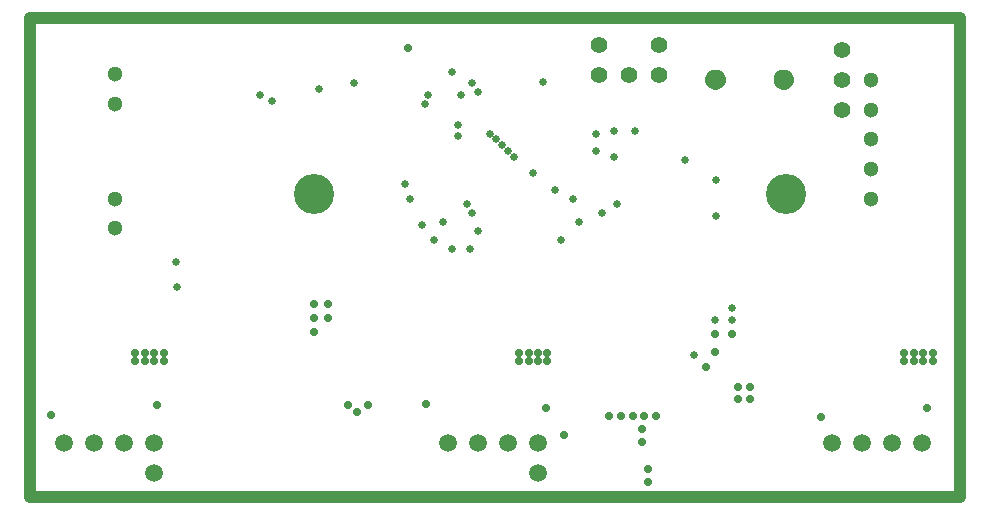
<source format=gbr>
%TF.GenerationSoftware,Altium Limited,Altium Designer,24.0.1 (36)*%
G04 Layer_Physical_Order=2*
G04 Layer_Color=32768*
%FSLAX45Y45*%
%MOMM*%
%TF.SameCoordinates,1D19F893-C717-4D0B-B0CE-957F46A24576*%
%TF.FilePolarity,Negative*%
%TF.FileFunction,Copper,L2,Inr,Plane*%
%TF.Part,Single*%
G01*
G75*
%TA.AperFunction,NonConductor*%
%ADD58C,1.01600*%
%TA.AperFunction,ComponentPad*%
%ADD59C,1.50002*%
%ADD60C,1.42000*%
%ADD61C,1.40000*%
%ADD62C,1.30002*%
%TA.AperFunction,ViaPad*%
%ADD63C,3.40000*%
%ADD64C,0.65000*%
%ADD65C,0.70000*%
G36*
X1717070Y590289D02*
X1729807Y585081D01*
X1739624Y575439D01*
X1745061Y562798D01*
X1745185Y555919D01*
X1745060Y549041D01*
X1739622Y536401D01*
X1729805Y526760D01*
X1717068Y521552D01*
X1703308Y521552D01*
X1690572Y526761D01*
X1680755Y536403D01*
X1675318Y549043D01*
X1675194Y555922D01*
X1675194Y555922D01*
X1675318Y562801D01*
X1680756Y575441D01*
X1690574Y585082D01*
X1703311Y590290D01*
X1717070Y590289D01*
D02*
G37*
G36*
X1139068D02*
X1151804Y585081D01*
X1161621Y575439D01*
X1167058Y562798D01*
X1167183Y555919D01*
X1167058Y549041D01*
X1161620Y536401D01*
X1151802Y526760D01*
X1139066Y521552D01*
X1125306Y521552D01*
X1112570Y526761D01*
X1102753Y536403D01*
X1097316Y549043D01*
X1097192Y555922D01*
X1097191Y555922D01*
X1097316Y562801D01*
X1102754Y575441D01*
X1112572Y585082D01*
X1125308Y590290D01*
X1139068Y590289D01*
D02*
G37*
D58*
X1125308Y590290D02*
X1139068Y590289D01*
X1151804Y585081D01*
X1161621Y575439D01*
X1167058Y562798D01*
X1167183Y555919D01*
X1167058Y549041D02*
X1167183Y555919D01*
X1161620Y536401D02*
X1167058Y549041D01*
X1151802Y526760D02*
X1161620Y536401D01*
X1139066Y521552D02*
X1151802Y526760D01*
X1125306Y521552D02*
X1139066Y521552D01*
X1112570Y526761D02*
X1125306Y521552D01*
X1102753Y536403D02*
X1112570Y526761D01*
X1097316Y549043D02*
X1102753Y536403D01*
X1097192Y555922D02*
X1097316Y549043D01*
X1097191Y555922D02*
X1097192Y555922D01*
X1097191Y555922D02*
X1097316Y562801D01*
X1102754Y575441D01*
X1112572Y585082D01*
X1125308Y590290D01*
X1703311D02*
X1717070Y590289D01*
X1729807Y585081D01*
X1739624Y575439D01*
X1745061Y562798D01*
X1745185Y555919D01*
X1745060Y549041D02*
X1745185Y555919D01*
X1739622Y536401D02*
X1745060Y549041D01*
X1729805Y526760D02*
X1739622Y536401D01*
X1717068Y521552D02*
X1729805Y526760D01*
X1703308Y521552D02*
X1717068Y521552D01*
X1690572Y526761D02*
X1703308Y521552D01*
X1680755Y536403D02*
X1690572Y526761D01*
X1675318Y549043D02*
X1680755Y536403D01*
X1675194Y555922D02*
X1675318Y549043D01*
X1675194Y555922D02*
X1675194Y555922D01*
X1675194Y555922D02*
X1675318Y562801D01*
X1680756Y575441D01*
X1690574Y585082D01*
X1703311Y590290D01*
X3200000Y-2975000D02*
Y1075000D01*
X-4675000D02*
X3200000D01*
X-4675000Y-2975000D02*
Y1075000D01*
Y-2975000D02*
X3200000D01*
D59*
X2119000Y-2523003D02*
D03*
X2373000D02*
D03*
X2627000Y-2522993D02*
D03*
X2881000Y-2523003D02*
D03*
X-369002D02*
D03*
Y-2777003D02*
D03*
X-623002Y-2522993D02*
D03*
X-877002Y-2523003D02*
D03*
X-1131002D02*
D03*
X-3618998D02*
D03*
Y-2777003D02*
D03*
X-3872998Y-2522993D02*
D03*
X-4126998Y-2523003D02*
D03*
X-4380998D02*
D03*
D60*
X2200000Y550000D02*
D03*
Y804000D02*
D03*
Y296000D02*
D03*
X654000Y596000D02*
D03*
D61*
Y850000D02*
D03*
X400000Y596000D02*
D03*
X146000D02*
D03*
Y850000D02*
D03*
D62*
X-3950000Y-700002D02*
D03*
Y-450000D02*
D03*
Y600000D02*
D03*
Y349998D02*
D03*
X2450000Y550007D02*
D03*
Y300000D02*
D03*
Y49998D02*
D03*
Y-199999D02*
D03*
Y-450001D02*
D03*
D63*
X-2270000Y-410000D02*
D03*
X1730000D02*
D03*
D64*
X-1326716Y350000D02*
D03*
X-875000Y450000D02*
D03*
X-775000Y100000D02*
D03*
X-1050000Y175000D02*
D03*
Y75000D02*
D03*
X125000Y100000D02*
D03*
X-725000Y50000D02*
D03*
X-675000Y0D02*
D03*
X-625000Y-50000D02*
D03*
X-575000Y-100000D02*
D03*
X1140000Y-600000D02*
D03*
Y-290000D02*
D03*
X-330000Y540000D02*
D03*
X-410000Y-230000D02*
D03*
X-2225000Y475000D02*
D03*
X-3431962Y-985000D02*
D03*
X-3425000Y-1200000D02*
D03*
X-1500000Y-325000D02*
D03*
X-1350000Y-675000D02*
D03*
X1275000Y-1375000D02*
D03*
Y-1475000D02*
D03*
X1125000D02*
D03*
X950000Y-1775000D02*
D03*
X-1099998Y624998D02*
D03*
X-1025000Y425000D02*
D03*
X875000Y-125000D02*
D03*
X-2725000Y425000D02*
D03*
X-2625000Y375000D02*
D03*
X450000Y125000D02*
D03*
X275000D02*
D03*
Y-100000D02*
D03*
X125000Y-50000D02*
D03*
X300000Y-500000D02*
D03*
X175000Y-575000D02*
D03*
X-1300000Y425000D02*
D03*
X-1925000Y525000D02*
D03*
X-925000D02*
D03*
X-875000Y-725000D02*
D03*
X-175000Y-800000D02*
D03*
X-1250000D02*
D03*
X-1175000Y-650000D02*
D03*
X-925000Y-575000D02*
D03*
X-25000Y-650000D02*
D03*
X-950000Y-875000D02*
D03*
X-1100000D02*
D03*
X-225000Y-375000D02*
D03*
X-1450000Y-450000D02*
D03*
X-75000D02*
D03*
X-975000Y-500000D02*
D03*
D65*
X-1320000Y-2190000D02*
D03*
X-3600000Y-2200000D02*
D03*
X-3620000Y-1830000D02*
D03*
X-3780000D02*
D03*
X-3700000D02*
D03*
X-3620000Y-1760000D02*
D03*
X-3780000D02*
D03*
X-3700000D02*
D03*
X-3540000D02*
D03*
Y-1830000D02*
D03*
X2970000D02*
D03*
X2890000D02*
D03*
X2730000D02*
D03*
X2810000D02*
D03*
X2890000Y-1760000D02*
D03*
X2730000D02*
D03*
X2810000D02*
D03*
X2970000D02*
D03*
X-370000Y-1830000D02*
D03*
X-530000D02*
D03*
X-450000D02*
D03*
X-370000Y-1760000D02*
D03*
X-530000D02*
D03*
X-450000D02*
D03*
X-290000D02*
D03*
Y-1830000D02*
D03*
X-150000Y-2450000D02*
D03*
X-1475000Y825000D02*
D03*
X1125000Y-1750000D02*
D03*
X1275000Y-1600000D02*
D03*
X1125000D02*
D03*
X1325000Y-2150000D02*
D03*
Y-2050000D02*
D03*
X1425000Y-2150000D02*
D03*
Y-2050000D02*
D03*
X2025000Y-2300000D02*
D03*
X1050000Y-1875000D02*
D03*
X-2270000Y-1580000D02*
D03*
X-2150000Y-1460000D02*
D03*
X-2270000D02*
D03*
X-2150000Y-1340000D02*
D03*
X-2270000D02*
D03*
X-1900000Y-2260000D02*
D03*
X-1810000Y-2200000D02*
D03*
X-1980000D02*
D03*
X560000Y-2740000D02*
D03*
Y-2850000D02*
D03*
X510000Y-2510000D02*
D03*
Y-2400000D02*
D03*
X630000Y-2290000D02*
D03*
X530000D02*
D03*
X430000D02*
D03*
X330000D02*
D03*
X230000D02*
D03*
X2920000Y-2220000D02*
D03*
X-300000Y-2225000D02*
D03*
X-4490000Y-2285000D02*
D03*
%TF.MD5,df7b57fc91575627a7aa11860453e3d0*%
M02*

</source>
